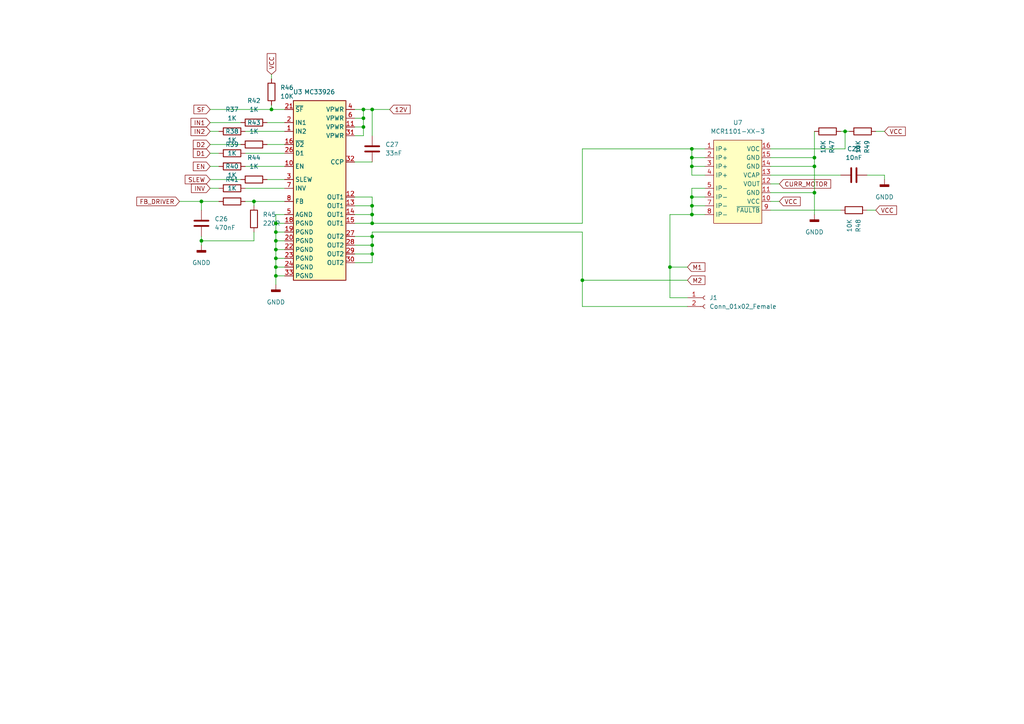
<source format=kicad_sch>
(kicad_sch (version 20211123) (generator eeschema)
  (paper "A4")
  (lib_symbols
    (symbol "Connector:Conn_01x02_Female" (pin_names (offset 1.016) hide)
      (property "Reference" "J" (at 0 2.54 0))
      (property "Value" "Conn_01x02_Female" (at 0 -5.08 0))
      (symbol "Conn_01x02_Female_1_1"
        (arc (start 0 -2.032) (mid -0.508 -2.54) (end 0 -3.048) (stroke (width 0.1524)))
        (polyline (pts (xy -1.27 -2.54) (xy -0.508 -2.54)) (stroke (width 0.1524)))
        (polyline (pts (xy -1.27 0) (xy -0.508 0)) (stroke (width 0.1524)))
        (arc (start 0 0.508) (mid -0.508 0) (end 0 -0.508) (stroke (width 0.1524)))
        (pin passive line (at -5.08 0 0) (length 3.81) (name "Pin_1") (number "1"))
        (pin passive line (at -5.08 -2.54 0) (length 3.81) (name "Pin_2") (number "2"))
      )
    )
    (symbol "Device:C" (pin_numbers hide) (pin_names (offset 0.254))
      (property "Reference" "C" (at 0.635 2.54 0))
      (property "Value" "C" (at 0.635 -2.54 0))
      (symbol "C_0_1"
        (polyline (pts (xy -2.032 -0.762) (xy 2.032 -0.762)) (stroke (width 0.508)))
        (polyline (pts (xy -2.032 0.762) (xy 2.032 0.762)) (stroke (width 0.508)))
      )
      (symbol "C_1_1"
        (pin passive line (at 0 3.81 270) (length 2.794) (name "~") (number "1"))
        (pin passive line (at 0 -3.81 90) (length 2.794) (name "~") (number "2"))
      )
    )
    (symbol "Device:R" (pin_numbers hide) (pin_names (offset 0))
      (property "Reference" "R" (at 2.032 0 90))
      (property "Value" "R" (at 0 0 90))
      (symbol "R_0_1"
        (rectangle (start -1.016 -2.54) (end 1.016 2.54) (stroke (width 0.254)))
      )
      (symbol "R_1_1"
        (pin passive line (at 0 3.81 270) (length 1.27) (name "~") (number "1"))
        (pin passive line (at 0 -3.81 90) (length 1.27) (name "~") (number "2"))
      )
    )
    (symbol "MC33926:MC33926"
      (property "Reference" "U" (at 6.35 11.43 0))
      (property "Value" "MC33926" (at -10.16 11.43 0))
      (symbol "MC33926_0_1"
        (rectangle (start -7.62 10.16) (end 7.62 -41.91) (stroke (width 0.254)) (fill (type background)))
      )
      (symbol "MC33926_1_1"
        (pin input line (at -10.16 1.27 0) (length 2.54) (name "IN2") (number "1"))
        (pin input line (at -10.16 -8.89 0) (length 2.54) (name "EN") (number "10"))
        (pin power_in line (at 10.16 2.54 180) (length 2.54) (name "VPWR") (number "11"))
        (pin output line (at 10.16 -17.78 180) (length 2.54) (name "OUT1") (number "12"))
        (pin output line (at 10.16 -20.32 180) (length 2.54) (name "OUT1") (number "13"))
        (pin output line (at 10.16 -22.86 180) (length 2.54) (name "OUT1") (number "14"))
        (pin output line (at 10.16 -25.4 180) (length 2.54) (name "OUT1") (number "15"))
        (pin input line (at -10.16 -2.54 0) (length 2.54) (name "~{D2}") (number "16"))
        (pin power_in line (at -10.16 -25.4 0) (length 2.54) (name "PGND") (number "18"))
        (pin power_in line (at -10.16 -27.94 0) (length 2.54) (name "PGND") (number "19"))
        (pin input line (at -10.16 3.81 0) (length 2.54) (name "IN1") (number "2"))
        (pin power_in line (at -10.16 -30.48 0) (length 2.54) (name "PGND") (number "20"))
        (pin output line (at -10.16 7.62 0) (length 2.54) (name "~{SF}") (number "21"))
        (pin power_in line (at -10.16 -33.02 0) (length 2.54) (name "PGND") (number "22"))
        (pin power_in line (at -10.16 -35.56 0) (length 2.54) (name "PGND") (number "23"))
        (pin power_in line (at -10.16 -38.1 0) (length 2.54) (name "PGND") (number "24"))
        (pin input line (at -10.16 -5.08 0) (length 2.54) (name "D1") (number "26"))
        (pin output line (at 10.16 -29.21 180) (length 2.54) (name "OUT2") (number "27"))
        (pin output line (at 10.16 -31.75 180) (length 2.54) (name "OUT2") (number "28"))
        (pin output line (at 10.16 -34.29 180) (length 2.54) (name "OUT2") (number "29"))
        (pin input line (at -10.16 -12.7 0) (length 2.54) (name "SLEW") (number "3"))
        (pin output line (at 10.16 -36.83 180) (length 2.54) (name "OUT2") (number "30"))
        (pin power_in line (at 10.16 0 180) (length 2.54) (name "VPWR") (number "31"))
        (pin input line (at 10.16 -7.62 180) (length 2.54) (name "CCP") (number "32"))
        (pin power_in line (at -10.16 -40.64 0) (length 2.54) (name "PGND") (number "33"))
        (pin power_in line (at 10.16 7.62 180) (length 2.54) (name "VPWR") (number "4"))
        (pin power_in line (at -10.16 -22.86 0) (length 2.54) (name "AGND") (number "5"))
        (pin power_in line (at 10.16 5.08 180) (length 2.54) (name "VPWR") (number "6"))
        (pin input line (at -10.16 -15.24 0) (length 2.54) (name "INV") (number "7"))
        (pin output line (at -10.16 -19.05 0) (length 2.54) (name "FB") (number "8"))
      )
    )
    (symbol "MC33926:MCR1101-XX-3"
      (property "Reference" "U" (at 0 0 0))
      (property "Value" "MCR1101-XX-3" (at 0 0 0))
      (symbol "MCR1101-XX-3_0_1"
        (rectangle (start -6.35 -1.27) (end 7.62 -25.4) (fill (type background)))
      )
      (symbol "MCR1101-XX-3_1_1"
        (pin power_in line (at -8.89 -3.81 0) (length 2.54) (name "IP+") (number "1"))
        (pin power_in line (at 10.16 -19.05 180) (length 2.54) (name "VCC") (number "10"))
        (pin power_in line (at 10.16 -16.51 180) (length 2.54) (name "GND") (number "11"))
        (pin output line (at 10.16 -13.97 180) (length 2.54) (name "VOUT") (number "12"))
        (pin input line (at 10.16 -11.43 180) (length 2.54) (name "VCAP") (number "13"))
        (pin power_in line (at 10.16 -8.89 180) (length 2.54) (name "GND") (number "14"))
        (pin power_in line (at 10.16 -6.35 180) (length 2.54) (name "GND") (number "15"))
        (pin input line (at 10.16 -3.81 180) (length 2.54) (name "VOC") (number "16"))
        (pin power_in line (at -8.89 -6.35 0) (length 2.54) (name "IP+") (number "2"))
        (pin power_in line (at -8.89 -8.89 0) (length 2.54) (name "IP+") (number "3"))
        (pin power_in line (at -8.89 -11.43 0) (length 2.54) (name "IP+") (number "4"))
        (pin power_out line (at -8.89 -15.24 0) (length 2.54) (name "IP-") (number "5"))
        (pin power_out line (at -8.89 -17.78 0) (length 2.54) (name "IP-") (number "6"))
        (pin power_out line (at -8.89 -20.32 0) (length 2.54) (name "IP-") (number "7"))
        (pin power_out line (at -8.89 -22.86 0) (length 2.54) (name "IP-") (number "8"))
        (pin output line (at 10.16 -21.59 180) (length 2.54) (name "~{FAULTB}") (number "9"))
      )
    )
    (symbol "power:GNDD" (power) (pin_names (offset 0))
      (property "Value" "GNDD" (at 0 -3.175 0))
      (symbol "GNDD_0_1"
        (rectangle (start -1.27 -1.524) (end 1.27 -2.032) (stroke (width 0.254)) (fill (type outline)))
        (polyline (pts (xy 0 0) (xy 0 -1.524)))
      )
      (symbol "GNDD_1_1"
        (pin power_in line (at 0 0 270) (length 0) hide (name "GNDD") (number "1"))
      )
    )
  )
  (junction (at 107.95 71.12))
  (junction (at 200.66 59.69))
  (junction (at 194.31 77.47))
  (junction (at 73.66 58.42))
  (junction (at 80.01 72.39))
  (junction (at 58.42 58.42))
  (junction (at 80.01 67.31))
  (junction (at 107.95 31.75))
  (junction (at 107.95 64.77))
  (junction (at 200.66 45.72))
  (junction (at 105.41 36.83))
  (junction (at 200.66 48.26))
  (junction (at 200.66 57.15))
  (junction (at 245.11 38.1))
  (junction (at 107.95 73.66))
  (junction (at 107.95 62.23))
  (junction (at 236.22 45.72))
  (junction (at 105.41 31.75))
  (junction (at 80.01 69.85))
  (junction (at 107.95 68.58))
  (junction (at 200.66 43.18))
  (junction (at 168.91 81.28))
  (junction (at 80.01 80.01))
  (junction (at 80.01 74.93))
  (junction (at 200.66 62.23))
  (junction (at 58.42 69.85))
  (junction (at 78.74 31.75))
  (junction (at 107.95 59.69))
  (junction (at 105.41 34.29))
  (junction (at 236.22 48.26))
  (junction (at 236.22 55.88))
  (junction (at 80.01 77.47))
  (junction (at 80.01 64.77))
  (wire (pts (xy 80.01 74.93) (xy 82.55 74.93)))
  (wire (pts (xy 107.95 68.58) (xy 107.95 67.31)))
  (wire (pts (xy 245.11 38.1) (xy 246.38 38.1)))
  (wire (pts (xy 71.12 54.61) (xy 82.55 54.61)))
  (wire (pts (xy 102.87 59.69) (xy 107.95 59.69)))
  (wire (pts (xy 80.01 77.47) (xy 82.55 77.47)))
  (wire (pts (xy 80.01 72.39) (xy 80.01 74.93)))
  (wire (pts (xy 236.22 48.26) (xy 236.22 55.88)))
  (wire (pts (xy 168.91 81.28) (xy 199.39 81.28)))
  (wire (pts (xy 77.47 52.07) (xy 82.55 52.07)))
  (wire (pts (xy 80.01 80.01) (xy 82.55 80.01)))
  (wire (pts (xy 82.55 62.23) (xy 80.01 62.23)))
  (wire (pts (xy 80.01 67.31) (xy 82.55 67.31)))
  (wire (pts (xy 223.52 48.26) (xy 236.22 48.26)))
  (wire (pts (xy 107.95 31.75) (xy 113.03 31.75)))
  (wire (pts (xy 77.47 35.56) (xy 82.55 35.56)))
  (wire (pts (xy 60.96 52.07) (xy 69.85 52.07)))
  (wire (pts (xy 107.95 62.23) (xy 107.95 64.77)))
  (wire (pts (xy 226.06 58.42) (xy 223.52 58.42)))
  (wire (pts (xy 107.95 64.77) (xy 168.91 64.77)))
  (wire (pts (xy 168.91 88.9) (xy 199.39 88.9)))
  (wire (pts (xy 102.87 64.77) (xy 107.95 64.77)))
  (wire (pts (xy 243.84 38.1) (xy 245.11 38.1)))
  (wire (pts (xy 105.41 31.75) (xy 107.95 31.75)))
  (wire (pts (xy 200.66 59.69) (xy 200.66 62.23)))
  (wire (pts (xy 102.87 62.23) (xy 107.95 62.23)))
  (wire (pts (xy 80.01 77.47) (xy 80.01 80.01)))
  (wire (pts (xy 102.87 31.75) (xy 105.41 31.75)))
  (wire (pts (xy 80.01 67.31) (xy 80.01 69.85)))
  (wire (pts (xy 102.87 46.99) (xy 107.95 46.99)))
  (wire (pts (xy 223.52 55.88) (xy 236.22 55.88)))
  (wire (pts (xy 251.46 50.8) (xy 256.54 50.8)))
  (wire (pts (xy 71.12 58.42) (xy 73.66 58.42)))
  (wire (pts (xy 58.42 58.42) (xy 63.5 58.42)))
  (wire (pts (xy 107.95 67.31) (xy 168.91 67.31)))
  (wire (pts (xy 107.95 76.2) (xy 107.95 73.66)))
  (wire (pts (xy 60.96 31.75) (xy 78.74 31.75)))
  (wire (pts (xy 102.87 36.83) (xy 105.41 36.83)))
  (wire (pts (xy 105.41 36.83) (xy 105.41 34.29)))
  (wire (pts (xy 60.96 54.61) (xy 63.5 54.61)))
  (wire (pts (xy 236.22 45.72) (xy 236.22 48.26)))
  (wire (pts (xy 105.41 39.37) (xy 105.41 36.83)))
  (wire (pts (xy 80.01 69.85) (xy 82.55 69.85)))
  (wire (pts (xy 200.66 45.72) (xy 204.47 45.72)))
  (wire (pts (xy 200.66 62.23) (xy 204.47 62.23)))
  (wire (pts (xy 236.22 38.1) (xy 236.22 45.72)))
  (wire (pts (xy 200.66 57.15) (xy 204.47 57.15)))
  (wire (pts (xy 82.55 31.75) (xy 78.74 31.75)))
  (wire (pts (xy 105.41 34.29) (xy 105.41 31.75)))
  (wire (pts (xy 256.54 38.1) (xy 254 38.1)))
  (wire (pts (xy 107.95 57.15) (xy 102.87 57.15)))
  (wire (pts (xy 199.39 86.36) (xy 194.31 86.36)))
  (wire (pts (xy 168.91 81.28) (xy 168.91 88.9)))
  (wire (pts (xy 102.87 34.29) (xy 105.41 34.29)))
  (wire (pts (xy 107.95 59.69) (xy 107.95 62.23)))
  (wire (pts (xy 200.66 54.61) (xy 200.66 57.15)))
  (wire (pts (xy 223.52 43.18) (xy 245.11 43.18)))
  (wire (pts (xy 254 60.96) (xy 251.46 60.96)))
  (wire (pts (xy 60.96 44.45) (xy 63.5 44.45)))
  (wire (pts (xy 194.31 62.23) (xy 200.66 62.23)))
  (wire (pts (xy 223.52 50.8) (xy 243.84 50.8)))
  (wire (pts (xy 60.96 35.56) (xy 69.85 35.56)))
  (wire (pts (xy 102.87 76.2) (xy 107.95 76.2)))
  (wire (pts (xy 52.07 58.42) (xy 58.42 58.42)))
  (wire (pts (xy 204.47 54.61) (xy 200.66 54.61)))
  (wire (pts (xy 245.11 43.18) (xy 245.11 38.1)))
  (wire (pts (xy 107.95 73.66) (xy 107.95 71.12)))
  (wire (pts (xy 194.31 77.47) (xy 194.31 62.23)))
  (wire (pts (xy 168.91 67.31) (xy 168.91 81.28)))
  (wire (pts (xy 80.01 62.23) (xy 80.01 64.77)))
  (wire (pts (xy 71.12 44.45) (xy 82.55 44.45)))
  (wire (pts (xy 80.01 72.39) (xy 82.55 72.39)))
  (wire (pts (xy 58.42 69.85) (xy 58.42 68.58)))
  (wire (pts (xy 204.47 59.69) (xy 200.66 59.69)))
  (wire (pts (xy 256.54 50.8) (xy 256.54 52.07)))
  (wire (pts (xy 102.87 39.37) (xy 105.41 39.37)))
  (wire (pts (xy 80.01 74.93) (xy 80.01 77.47)))
  (wire (pts (xy 223.52 60.96) (xy 243.84 60.96)))
  (wire (pts (xy 78.74 21.59) (xy 78.74 22.86)))
  (wire (pts (xy 73.66 58.42) (xy 82.55 58.42)))
  (wire (pts (xy 223.52 45.72) (xy 236.22 45.72)))
  (wire (pts (xy 78.74 31.75) (xy 78.74 30.48)))
  (wire (pts (xy 80.01 64.77) (xy 80.01 67.31)))
  (wire (pts (xy 77.47 41.91) (xy 82.55 41.91)))
  (wire (pts (xy 200.66 45.72) (xy 200.66 43.18)))
  (wire (pts (xy 194.31 77.47) (xy 199.39 77.47)))
  (wire (pts (xy 200.66 48.26) (xy 204.47 48.26)))
  (wire (pts (xy 200.66 43.18) (xy 204.47 43.18)))
  (wire (pts (xy 102.87 73.66) (xy 107.95 73.66)))
  (wire (pts (xy 204.47 50.8) (xy 200.66 50.8)))
  (wire (pts (xy 102.87 68.58) (xy 107.95 68.58)))
  (wire (pts (xy 71.12 38.1) (xy 82.55 38.1)))
  (wire (pts (xy 168.91 43.18) (xy 200.66 43.18)))
  (wire (pts (xy 236.22 55.88) (xy 236.22 62.23)))
  (wire (pts (xy 200.66 57.15) (xy 200.66 59.69)))
  (wire (pts (xy 60.96 48.26) (xy 63.5 48.26)))
  (wire (pts (xy 102.87 71.12) (xy 107.95 71.12)))
  (wire (pts (xy 58.42 60.96) (xy 58.42 58.42)))
  (wire (pts (xy 107.95 71.12) (xy 107.95 68.58)))
  (wire (pts (xy 194.31 86.36) (xy 194.31 77.47)))
  (wire (pts (xy 223.52 53.34) (xy 226.06 53.34)))
  (wire (pts (xy 80.01 69.85) (xy 80.01 72.39)))
  (wire (pts (xy 200.66 48.26) (xy 200.66 45.72)))
  (wire (pts (xy 73.66 69.85) (xy 58.42 69.85)))
  (wire (pts (xy 80.01 64.77) (xy 82.55 64.77)))
  (wire (pts (xy 58.42 69.85) (xy 58.42 71.12)))
  (wire (pts (xy 107.95 59.69) (xy 107.95 57.15)))
  (wire (pts (xy 107.95 31.75) (xy 107.95 39.37)))
  (wire (pts (xy 80.01 80.01) (xy 80.01 82.55)))
  (wire (pts (xy 168.91 64.77) (xy 168.91 43.18)))
  (wire (pts (xy 60.96 41.91) (xy 69.85 41.91)))
  (wire (pts (xy 60.96 38.1) (xy 63.5 38.1)))
  (wire (pts (xy 71.12 48.26) (xy 82.55 48.26)))
  (wire (pts (xy 73.66 67.31) (xy 73.66 69.85)))
  (wire (pts (xy 200.66 50.8) (xy 200.66 48.26)))
  (wire (pts (xy 73.66 58.42) (xy 73.66 59.69)))
  (global_label "IN2" (shape input) (at 60.96 38.1 180) (property "Intersheet References" "${INTERSHEET_REFS}" (effects hide)))
  (global_label "CURR_MOTOR" (shape input) (at 226.06 53.34 0) (property "Intersheet References" "${INTERSHEET_REFS}" (effects hide)))
  (global_label "FB_DRIVER" (shape input) (at 52.07 58.42 180) (property "Intersheet References" "${INTERSHEET_REFS}" (effects hide)))
  (global_label "D1" (shape input) (at 60.96 44.45 180) (property "Intersheet References" "${INTERSHEET_REFS}" (effects hide)))
  (global_label "IN1" (shape input) (at 60.96 35.56 180) (property "Intersheet References" "${INTERSHEET_REFS}" (effects hide)))
  (global_label "M1" (shape input) (at 199.39 77.47 0) (property "Intersheet References" "${INTERSHEET_REFS}" (effects hide)))
  (global_label "VCC" (shape input) (at 78.74 21.59 90) (property "Intersheet References" "${INTERSHEET_REFS}" (effects hide)))
  (global_label "VCC" (shape input) (at 254 60.96 0) (property "Intersheet References" "${INTERSHEET_REFS}" (effects hide)))
  (global_label "SLEW" (shape input) (at 60.96 52.07 180) (property "Intersheet References" "${INTERSHEET_REFS}" (effects hide)))
  (global_label "D2" (shape input) (at 60.96 41.91 180) (property "Intersheet References" "${INTERSHEET_REFS}" (effects hide)))
  (global_label "VCC" (shape input) (at 256.54 38.1 0) (property "Intersheet References" "${INTERSHEET_REFS}" (effects hide)))
  (global_label "VCC" (shape input) (at 226.06 58.42 0) (property "Intersheet References" "${INTERSHEET_REFS}" (effects hide)))
  (global_label "12V" (shape input) (at 113.03 31.75 0) (property "Intersheet References" "${INTERSHEET_REFS}" (effects hide)))
  (global_label "M2" (shape input) (at 199.39 81.28 0) (property "Intersheet References" "${INTERSHEET_REFS}" (effects hide)))
  (global_label "SF" (shape input) (at 60.96 31.75 180) (property "Intersheet References" "${INTERSHEET_REFS}" (effects hide)))
  (global_label "INV" (shape input) (at 60.96 54.61 180) (property "Intersheet References" "${INTERSHEET_REFS}" (effects hide)))
  (global_label "EN" (shape input) (at 60.96 48.26 180) (property "Intersheet References" "${INTERSHEET_REFS}" (effects hide)))
  (symbol (lib_id "Device:C") (at 107.95 43.18 0) (unit 1)
    (property "Reference" "C27" (at 111.76 41.9099 0) (effects (justify left)))
    (property "Value" "33nF" (at 111.76 44.4499 0) (effects (justify left)))
    (property "Footprint" "Capacitor_SMD:C_1206_3216Metric" (effects hide))
    (property "LCSC Part" "C1848" (effects hide))
  )
  (symbol (lib_id "Device:C") (at 58.42 64.77 0) (unit 1)
    (property "Reference" "C26" (at 62.23 63.4999 0) (effects (justify left)))
    (property "Value" "470nF" (at 62.23 66.0399 0) (effects (justify left)))
    (property "Footprint" "Capacitor_SMD:C_1206_3216Metric" (effects hide))
    (property "LCSC Part" "C1848" (effects hide))
  )
  (symbol (lib_id "Device:R") (at 73.66 41.91 270) (mirror x) (unit 1)
    (property "Reference" "R43" (at 73.66 35.56 90))
    (property "Value" "1K" (at 73.66 38.1 90))
    (property "Footprint" "Resistor_SMD:R_0603_1608Metric" (effects hide))
  )
  (symbol (lib_id "power:GNDD") (at 236.22 62.23 0) (unit 1)
    (property "Reference" "#PWR0142" (effects hide))
    (property "Value" "GNDD" (at 236.22 67.31 0))
  )
  (symbol (lib_id "power:GNDD") (at 58.42 71.12 0) (unit 1)
    (property "Reference" "#PWR0140" (effects hide))
    (property "Value" "GNDD" (at 58.42 76.2 0))
  )
  (symbol (lib_id "Connector:Conn_01x02_Female") (at 204.47 86.36 0) (unit 1)
    (property "Reference" "J1" (at 205.74 86.3599 0) (effects (justify left)))
    (property "Value" "Conn_01x02_Female" (at 205.74 88.8999 0) (effects (justify left)))
    (property "Footprint" "Connector_Phoenix_MSTB:PhoenixContact_MSTBA_2,5_2-G-5,08_1x02_P5.08mm_Horizontal" (effects hide))
  )
  (symbol (lib_id "Device:R") (at 67.31 44.45 270) (mirror x) (unit 1)
    (property "Reference" "R38" (at 67.31 38.1 90))
    (property "Value" "1K" (at 67.31 40.64 90))
    (property "Footprint" "Resistor_SMD:R_0603_1608Metric" (effects hide))
  )
  (symbol (lib_id "power:GNDD") (at 80.01 82.55 0) (unit 1)
    (property "Reference" "#PWR0141" (effects hide))
    (property "Value" "GNDD" (at 80.01 87.63 0))
  )
  (symbol (lib_id "Device:R") (at 247.65 60.96 270) (mirror x) (unit 1)
    (property "Reference" "R48" (at 248.9201 63.5 0) (effects (justify right)))
    (property "Value" "10K" (at 246.3801 63.5 0) (effects (justify right)))
    (property "Footprint" "Resistor_SMD:R_0603_1608Metric" (effects hide))
  )
  (symbol (lib_id "Device:R") (at 67.31 54.61 270) (mirror x) (unit 1)
    (property "Reference" "R40" (at 67.31 48.26 90))
    (property "Value" "1K" (at 67.31 50.8 90))
    (property "Footprint" "Resistor_SMD:R_0603_1608Metric" (effects hide))
  )
  (symbol (lib_id "MC33926:MCR1101-XX-3") (at 213.36 39.37 0) (unit 1)
    (property "Reference" "U7" (at 213.995 35.56 0))
    (property "Value" "MCR1101-XX-3" (at 213.995 38.1 0))
    (property "Footprint" "Package_SO:SOIC-16W_5.3x10.2mm_P1.27mm" (effects hide))
  )
  (symbol (lib_id "power:GNDD") (at 256.54 52.07 0) (unit 1)
    (property "Reference" "#PWR0143" (effects hide))
    (property "Value" "GNDD" (at 256.54 57.15 0))
  )
  (symbol (lib_id "Device:R") (at 73.66 35.56 270) (mirror x) (unit 1)
    (property "Reference" "R42" (at 73.66 29.21 90))
    (property "Value" "1K" (at 73.66 31.75 90))
    (property "Footprint" "Resistor_SMD:R_0603_1608Metric" (effects hide))
  )
  (symbol (lib_id "Device:R") (at 73.66 52.07 270) (mirror x) (unit 1)
    (property "Reference" "R44" (at 73.66 45.72 90))
    (property "Value" "1K" (at 73.66 48.26 90))
    (property "Footprint" "Resistor_SMD:R_0603_1608Metric" (effects hide))
  )
  (symbol (lib_id "Device:C") (at 247.65 50.8 90) (unit 1)
    (property "Reference" "C28" (at 247.65 43.18 90))
    (property "Value" "10nF" (at 247.65 45.72 90))
    (property "Footprint" "Capacitor_SMD:C_1206_3216Metric" (effects hide))
    (property "LCSC Part" "C1848" (effects hide))
  )
  (symbol (lib_id "Device:R") (at 67.31 48.26 270) (mirror x) (unit 1)
    (property "Reference" "R39" (at 67.31 41.91 90))
    (property "Value" "1K" (at 67.31 44.45 90))
    (property "Footprint" "Resistor_SMD:R_0603_1608Metric" (effects hide))
  )
  (symbol (lib_id "Device:R") (at 67.31 58.42 270) (mirror x) (unit 1)
    (property "Reference" "R41" (at 67.31 52.07 90))
    (property "Value" "1K" (at 67.31 54.61 90))
    (property "Footprint" "Resistor_SMD:R_0603_1608Metric" (effects hide))
  )
  (symbol (lib_id "Device:R") (at 240.03 38.1 270) (mirror x) (unit 1)
    (property "Reference" "R47" (at 241.3001 40.64 0) (effects (justify right)))
    (property "Value" "10K" (at 238.7601 40.64 0) (effects (justify right)))
    (property "Footprint" "Resistor_SMD:R_0603_1608Metric" (effects hide))
  )
  (symbol (lib_id "Device:R") (at 250.19 38.1 270) (mirror x) (unit 1)
    (property "Reference" "R49" (at 251.4601 40.64 0) (effects (justify right)))
    (property "Value" "10K" (at 248.9201 40.64 0) (effects (justify right)))
    (property "Footprint" "Resistor_SMD:R_0603_1608Metric" (effects hide))
  )
  (symbol (lib_id "Device:R") (at 73.66 63.5 0) (mirror y) (unit 1)
    (property "Reference" "R45" (at 76.2 62.2299 0) (effects (justify right)))
    (property "Value" "220R" (at 76.2 64.7699 0) (effects (justify right)))
    (property "Footprint" "Resistor_SMD:R_0603_1608Metric" (effects hide))
  )
  (symbol (lib_id "Device:R") (at 78.74 26.67 0) (mirror y) (unit 1)
    (property "Reference" "R46" (at 81.28 25.3999 0) (effects (justify right)))
    (property "Value" "10K" (at 81.28 27.9399 0) (effects (justify right)))
    (property "Footprint" "Resistor_SMD:R_0603_1608Metric" (effects hide))
  )
  (symbol (lib_id "Device:R") (at 67.31 38.1 270) (mirror x) (unit 1)
    (property "Reference" "R37" (at 67.31 31.75 90))
    (property "Value" "1K" (at 67.31 34.29 90))
    (property "Footprint" "Resistor_SMD:R_0603_1608Metric" (effects hide))
  )
  (symbol (lib_id "MC33926:MC33926") (at 92.71 39.37 0) (unit 1)
    (property "Reference" "U3" (at 86.36 26.67 0))
    (property "Value" "MC33926" (at 92.71 26.67 0))
    (property "Footprint" "PQFN32:QPFN32 8X8 0.8MM" (effects hide))
    (property "Datasheet" "https://www.nxp.com/docs/en/data-sheet/MC33926.pdf" (effects hide))
  )
)
</source>
